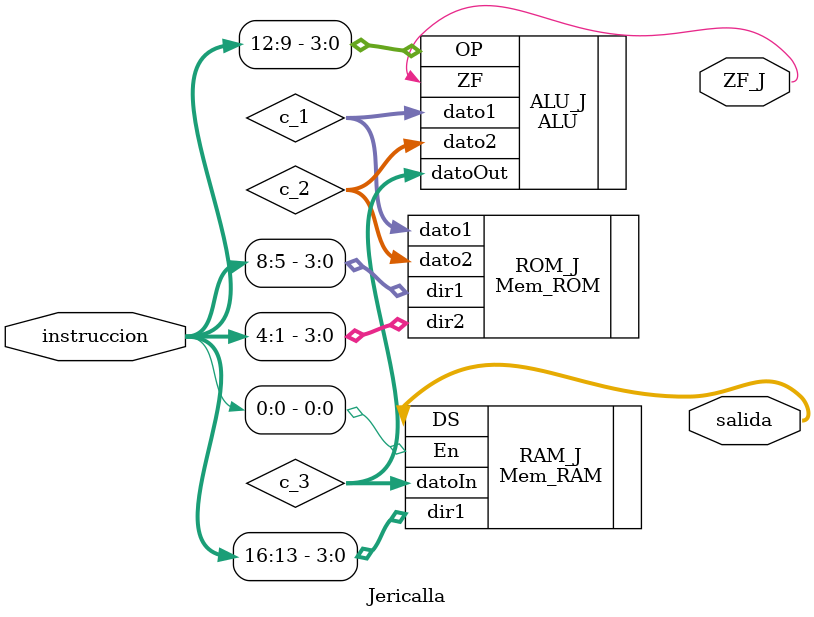
<source format=v>
module Jericalla(
	input [16:0] instruccion,
	output [31:0] salida,
	output ZF_J
);

wire [31:0] c_1;
wire [31:0] c_2;
wire [31:0] c_3;

Mem_ROM ROM_J (
	.dir1(instruccion[8:5]),
	.dir2(instruccion[4:1]),
	.dato1(c_1),
	.dato2(c_2)
);

ALU ALU_J (
	.dato1(c_1),
	.dato2(c_2),
	.OP(instruccion[12:9]),
	.ZF(ZF_J),
	.datoOut(c_3)
);

Mem_RAM RAM_J(
	.dir1(instruccion[16:13]),
	.datoIn(c_3),
	.En(instruccion[0]),
	.DS(salida)
);

endmodule
</source>
